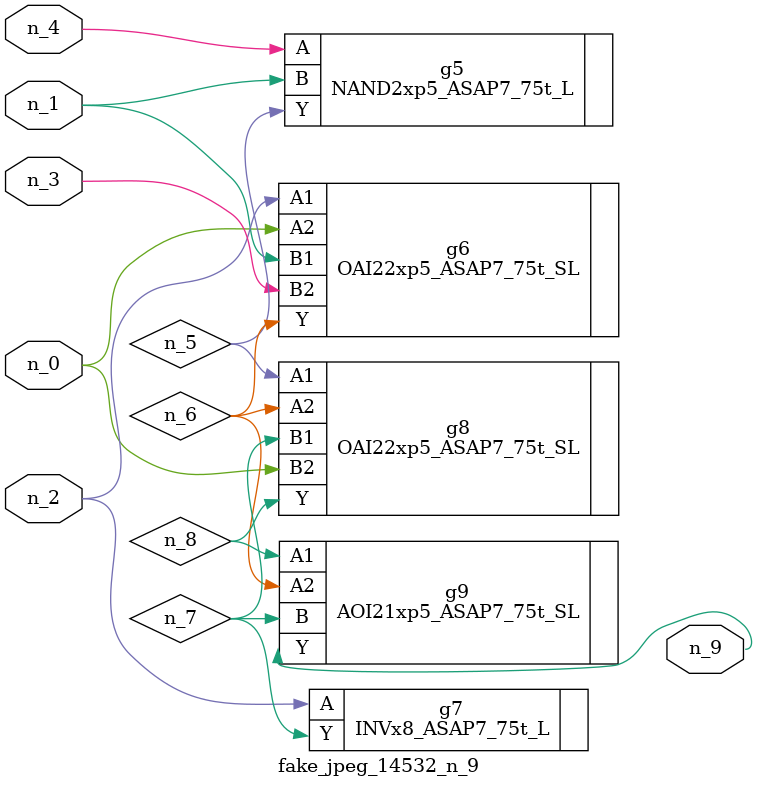
<source format=v>
module fake_jpeg_14532_n_9 (n_3, n_2, n_1, n_0, n_4, n_9);

input n_3;
input n_2;
input n_1;
input n_0;
input n_4;

output n_9;

wire n_8;
wire n_6;
wire n_5;
wire n_7;

NAND2xp5_ASAP7_75t_L g5 ( 
.A(n_4),
.B(n_1),
.Y(n_5)
);

OAI22xp5_ASAP7_75t_SL g6 ( 
.A1(n_2),
.A2(n_0),
.B1(n_1),
.B2(n_3),
.Y(n_6)
);

INVx8_ASAP7_75t_L g7 ( 
.A(n_2),
.Y(n_7)
);

OAI22xp5_ASAP7_75t_SL g8 ( 
.A1(n_5),
.A2(n_6),
.B1(n_7),
.B2(n_0),
.Y(n_8)
);

AOI21xp5_ASAP7_75t_SL g9 ( 
.A1(n_8),
.A2(n_6),
.B(n_7),
.Y(n_9)
);


endmodule
</source>
